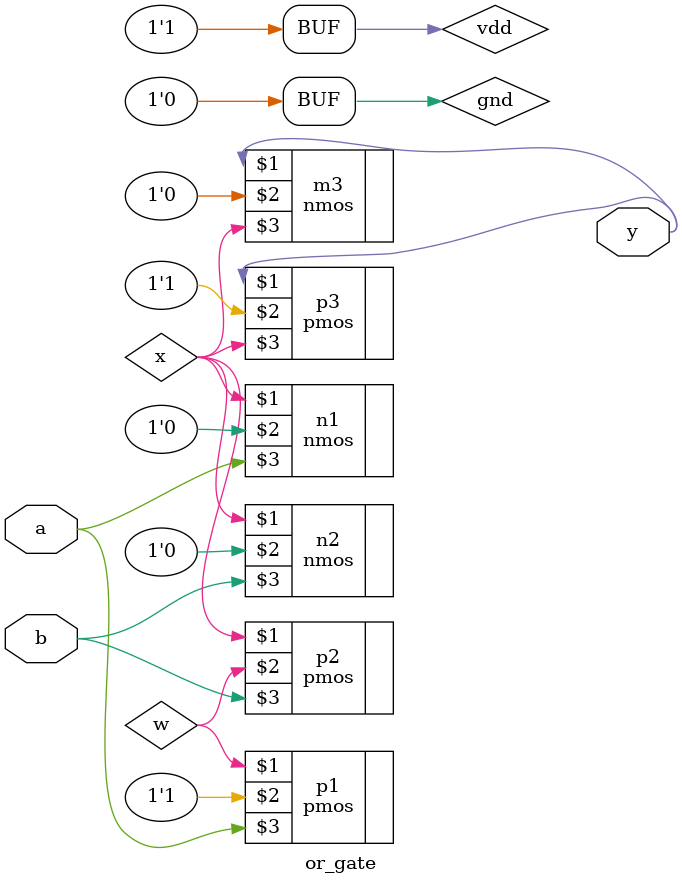
<source format=v>
module or_gate(
input a,b,
output y);
supply1 vdd;
supply0 gnd;
wire w,x;
pmos p1(w,vdd,a);
pmos p2(x,w,b);
pmos p3(y,vdd,x);
nmos n1(x,gnd,a);
nmos n2(x,gnd,b);
nmos m3(y,gnd,x);
endmodule

</source>
